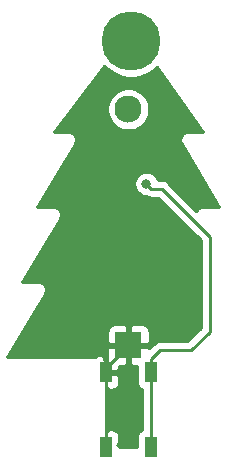
<source format=gbr>
G04 #@! TF.GenerationSoftware,KiCad,Pcbnew,(5.1.4)-1*
G04 #@! TF.CreationDate,2020-12-20T16:29:44-05:00*
G04 #@! TF.ProjectId,circuit,63697263-7569-4742-9e6b-696361645f70,1*
G04 #@! TF.SameCoordinates,Original*
G04 #@! TF.FileFunction,Copper,L2,Bot*
G04 #@! TF.FilePolarity,Positive*
%FSLAX46Y46*%
G04 Gerber Fmt 4.6, Leading zero omitted, Abs format (unit mm)*
G04 Created by KiCad (PCBNEW (5.1.4)-1) date 2020-12-20 16:29:44*
%MOMM*%
%LPD*%
G04 APERTURE LIST*
%ADD10R,2.300000X2.300000*%
%ADD11C,2.300000*%
%ADD12C,0.800000*%
%ADD13C,5.000000*%
%ADD14R,1.000000X1.700000*%
%ADD15C,0.250000*%
%ADD16C,0.254000*%
G04 APERTURE END LIST*
D10*
X100301900Y-158072300D03*
D11*
X100291900Y-138102300D03*
D12*
X101851405Y-130964995D03*
X100525580Y-130415820D03*
X99199755Y-130964995D03*
X98650580Y-132290820D03*
X99199755Y-133616645D03*
X100525580Y-134165820D03*
X101851405Y-133616645D03*
X102400580Y-132290820D03*
D13*
X100525580Y-132290820D03*
D14*
X102171580Y-166682820D03*
X102171580Y-160382820D03*
X98371580Y-166682820D03*
X98371580Y-160382820D03*
D12*
X101826060Y-144424400D03*
D15*
X98371580Y-160032820D02*
X98371580Y-160382820D01*
X100271580Y-158132820D02*
X98371580Y-160032820D01*
X98371580Y-160382820D02*
X98371580Y-166682820D01*
X102226059Y-144824399D02*
X103122679Y-144824399D01*
X101826060Y-144424400D02*
X102226059Y-144824399D01*
X103122679Y-144824399D02*
X107175300Y-148877020D01*
X107175300Y-148877020D02*
X107175300Y-156923740D01*
X107175300Y-156923740D02*
X105605580Y-158493460D01*
X102171580Y-159282820D02*
X102171580Y-160382820D01*
X102960940Y-158493460D02*
X102171580Y-159282820D01*
X105605580Y-158493460D02*
X102960940Y-158493460D01*
X102171580Y-161482820D02*
X102171580Y-166682820D01*
X102171580Y-160382820D02*
X102171580Y-161482820D01*
D16*
G36*
X98498580Y-166555820D02*
G01*
X98518580Y-166555820D01*
X98518580Y-166682820D01*
X98391580Y-166682820D01*
X98391580Y-166535820D01*
X98498580Y-166535820D01*
X98498580Y-166555820D01*
X98498580Y-166555820D01*
G37*
X98498580Y-166555820D02*
X98518580Y-166555820D01*
X98518580Y-166682820D01*
X98391580Y-166682820D01*
X98391580Y-166535820D01*
X98498580Y-166535820D01*
X98498580Y-166555820D01*
G36*
X98527134Y-134725934D02*
G01*
X99040601Y-135069021D01*
X99611134Y-135305344D01*
X100216809Y-135425820D01*
X100834351Y-135425820D01*
X101440026Y-135305344D01*
X102010559Y-135069021D01*
X102524026Y-134725934D01*
X102704103Y-134545857D01*
X106609075Y-140012820D01*
X105400102Y-140012820D01*
X105383817Y-140010412D01*
X105335258Y-140012820D01*
X105319161Y-140012820D01*
X105302838Y-140014428D01*
X105253970Y-140016851D01*
X105238297Y-140020784D01*
X105222197Y-140022370D01*
X105175338Y-140036585D01*
X105127872Y-140048497D01*
X105113260Y-140055416D01*
X105097787Y-140060110D01*
X105054607Y-140083190D01*
X105010371Y-140104137D01*
X104997393Y-140113771D01*
X104983130Y-140121395D01*
X104945280Y-140152458D01*
X104905982Y-140181631D01*
X104895131Y-140193614D01*
X104882632Y-140203872D01*
X104851571Y-140241720D01*
X104818718Y-140278001D01*
X104810414Y-140291869D01*
X104800155Y-140304370D01*
X104777077Y-140347547D01*
X104751931Y-140389543D01*
X104746491Y-140404769D01*
X104738870Y-140419027D01*
X104724656Y-140465882D01*
X104708189Y-140511973D01*
X104705825Y-140527959D01*
X104701130Y-140543437D01*
X104696330Y-140592177D01*
X104689172Y-140640583D01*
X104689972Y-140656723D01*
X104688387Y-140672820D01*
X104693188Y-140721563D01*
X104695611Y-140770430D01*
X104699544Y-140786103D01*
X104701130Y-140802203D01*
X104715345Y-140849062D01*
X104727257Y-140896528D01*
X104734176Y-140911140D01*
X104738870Y-140926613D01*
X104761951Y-140969795D01*
X104768956Y-140984588D01*
X104777220Y-140998361D01*
X104800155Y-141041270D01*
X104810606Y-141054004D01*
X107995895Y-146362820D01*
X106670102Y-146362820D01*
X106653817Y-146360412D01*
X106605258Y-146362820D01*
X106589161Y-146362820D01*
X106572838Y-146364428D01*
X106523970Y-146366851D01*
X106508297Y-146370784D01*
X106492197Y-146372370D01*
X106445338Y-146386585D01*
X106397872Y-146398497D01*
X106383260Y-146405416D01*
X106367787Y-146410110D01*
X106324607Y-146433190D01*
X106280371Y-146454137D01*
X106267393Y-146463771D01*
X106253130Y-146471395D01*
X106215280Y-146502458D01*
X106175982Y-146531631D01*
X106165131Y-146543614D01*
X106152632Y-146553872D01*
X106121571Y-146591720D01*
X106088718Y-146628001D01*
X106080414Y-146641869D01*
X106070155Y-146654370D01*
X106055280Y-146682199D01*
X103686483Y-144313402D01*
X103662680Y-144284398D01*
X103546955Y-144189425D01*
X103414926Y-144118853D01*
X103271665Y-144075396D01*
X103160012Y-144064399D01*
X103160001Y-144064399D01*
X103122679Y-144060723D01*
X103085357Y-144064399D01*
X102797219Y-144064399D01*
X102743265Y-143934144D01*
X102629997Y-143764626D01*
X102485834Y-143620463D01*
X102316316Y-143507195D01*
X102127958Y-143429174D01*
X101927999Y-143389400D01*
X101724121Y-143389400D01*
X101524162Y-143429174D01*
X101335804Y-143507195D01*
X101166286Y-143620463D01*
X101022123Y-143764626D01*
X100908855Y-143934144D01*
X100830834Y-144122502D01*
X100791060Y-144322461D01*
X100791060Y-144526339D01*
X100830834Y-144726298D01*
X100908855Y-144914656D01*
X101022123Y-145084174D01*
X101166286Y-145228337D01*
X101335804Y-145341605D01*
X101524162Y-145419626D01*
X101724121Y-145459400D01*
X101801834Y-145459400D01*
X101933812Y-145529945D01*
X102077073Y-145573402D01*
X102188726Y-145584399D01*
X102188736Y-145584399D01*
X102226058Y-145588075D01*
X102263381Y-145584399D01*
X102807878Y-145584399D01*
X106415300Y-149191822D01*
X106415301Y-156608937D01*
X105290779Y-157733460D01*
X102998273Y-157733460D01*
X102960940Y-157729783D01*
X102923607Y-157733460D01*
X102811954Y-157744457D01*
X102668693Y-157787914D01*
X102536664Y-157858486D01*
X102420939Y-157953459D01*
X102397141Y-157982458D01*
X102054224Y-158325374D01*
X101928150Y-158199300D01*
X100428900Y-158199300D01*
X100428900Y-159698550D01*
X100587650Y-159857300D01*
X101033508Y-159858885D01*
X101033508Y-161232820D01*
X101045768Y-161357302D01*
X101082078Y-161477000D01*
X101141043Y-161587314D01*
X101220395Y-161684005D01*
X101317086Y-161763357D01*
X101411580Y-161813866D01*
X101411581Y-165251774D01*
X101317086Y-165302283D01*
X101220395Y-165381635D01*
X101141043Y-165478326D01*
X101082078Y-165588640D01*
X101045768Y-165708338D01*
X101033508Y-165832820D01*
X101033508Y-166682820D01*
X99506580Y-166682820D01*
X99506580Y-166555818D01*
X99347832Y-166555818D01*
X99506580Y-166397070D01*
X99509652Y-165832820D01*
X99497392Y-165708338D01*
X99461082Y-165588640D01*
X99402117Y-165478326D01*
X99322765Y-165381635D01*
X99226074Y-165302283D01*
X99115760Y-165243318D01*
X98996062Y-165207008D01*
X98871580Y-165194748D01*
X98657330Y-165197820D01*
X98498582Y-165356568D01*
X98498582Y-165197820D01*
X98391580Y-165197820D01*
X98391580Y-161867820D01*
X98498582Y-161867820D01*
X98498582Y-161709072D01*
X98657330Y-161867820D01*
X98871580Y-161870892D01*
X98996062Y-161858632D01*
X99115760Y-161822322D01*
X99226074Y-161763357D01*
X99322765Y-161684005D01*
X99402117Y-161587314D01*
X99461082Y-161477000D01*
X99497392Y-161357302D01*
X99509652Y-161232820D01*
X99506580Y-160668570D01*
X99347830Y-160509820D01*
X98498580Y-160509820D01*
X98498580Y-160529820D01*
X98391580Y-160529820D01*
X98391580Y-159755239D01*
X98394773Y-159722820D01*
X98382030Y-159593437D01*
X98344290Y-159469027D01*
X98283005Y-159354370D01*
X98244580Y-159307549D01*
X98244580Y-159056570D01*
X98498580Y-159056570D01*
X98498580Y-160255820D01*
X99347830Y-160255820D01*
X99506580Y-160097070D01*
X99507876Y-159859107D01*
X100016150Y-159857300D01*
X100174900Y-159698550D01*
X100174900Y-158199300D01*
X98675650Y-158199300D01*
X98516900Y-158358050D01*
X98514474Y-159040676D01*
X98498580Y-159056570D01*
X98244580Y-159056570D01*
X98085830Y-158897820D01*
X97871580Y-158894748D01*
X97747098Y-158907008D01*
X97627400Y-158943318D01*
X97517086Y-159002283D01*
X97443321Y-159062820D01*
X90007265Y-159062820D01*
X91291577Y-156922300D01*
X98513828Y-156922300D01*
X98516900Y-157786550D01*
X98675650Y-157945300D01*
X100174900Y-157945300D01*
X100174900Y-156446050D01*
X100428900Y-156446050D01*
X100428900Y-157945300D01*
X101928150Y-157945300D01*
X102086900Y-157786550D01*
X102089972Y-156922300D01*
X102077712Y-156797818D01*
X102041402Y-156678120D01*
X101982437Y-156567806D01*
X101903085Y-156471115D01*
X101806394Y-156391763D01*
X101696080Y-156332798D01*
X101576382Y-156296488D01*
X101451900Y-156284228D01*
X100587650Y-156287300D01*
X100428900Y-156446050D01*
X100174900Y-156446050D01*
X100016150Y-156287300D01*
X99151900Y-156284228D01*
X99027418Y-156296488D01*
X98907720Y-156332798D01*
X98797406Y-156391763D01*
X98700715Y-156471115D01*
X98621363Y-156567806D01*
X98562398Y-156678120D01*
X98526088Y-156797818D01*
X98513828Y-156922300D01*
X91291577Y-156922300D01*
X93192557Y-153754001D01*
X93203005Y-153741270D01*
X93225935Y-153698371D01*
X93234204Y-153684589D01*
X93241213Y-153669787D01*
X93264290Y-153626613D01*
X93268983Y-153611143D01*
X93275903Y-153596529D01*
X93287817Y-153549057D01*
X93302030Y-153502203D01*
X93303616Y-153486104D01*
X93307549Y-153470431D01*
X93309973Y-153421555D01*
X93314773Y-153372820D01*
X93313188Y-153356729D01*
X93313989Y-153340583D01*
X93306829Y-153292165D01*
X93302030Y-153243437D01*
X93297335Y-153227960D01*
X93294971Y-153211973D01*
X93278504Y-153165882D01*
X93264290Y-153119027D01*
X93256669Y-153104769D01*
X93251229Y-153089543D01*
X93226083Y-153047547D01*
X93203005Y-153004370D01*
X93192746Y-152991869D01*
X93184442Y-152978001D01*
X93151589Y-152941720D01*
X93120528Y-152903872D01*
X93108029Y-152893614D01*
X93097178Y-152881631D01*
X93057876Y-152852455D01*
X93020030Y-152821395D01*
X93005770Y-152813773D01*
X92992790Y-152804137D01*
X92948548Y-152783187D01*
X92905373Y-152760110D01*
X92889901Y-152755416D01*
X92875288Y-152748497D01*
X92827820Y-152736584D01*
X92780963Y-152722370D01*
X92764864Y-152720784D01*
X92749191Y-152716851D01*
X92700315Y-152714427D01*
X92683999Y-152712820D01*
X92667914Y-152712820D01*
X92619342Y-152710411D01*
X92603051Y-152712820D01*
X91277265Y-152712820D01*
X94462557Y-147404001D01*
X94473005Y-147391270D01*
X94495935Y-147348371D01*
X94504204Y-147334589D01*
X94511213Y-147319787D01*
X94534290Y-147276613D01*
X94538983Y-147261143D01*
X94545903Y-147246529D01*
X94557817Y-147199057D01*
X94572030Y-147152203D01*
X94573616Y-147136104D01*
X94577549Y-147120431D01*
X94579973Y-147071555D01*
X94584773Y-147022820D01*
X94583188Y-147006729D01*
X94583989Y-146990583D01*
X94576829Y-146942165D01*
X94572030Y-146893437D01*
X94567335Y-146877960D01*
X94564971Y-146861973D01*
X94548504Y-146815882D01*
X94534290Y-146769027D01*
X94526669Y-146754769D01*
X94521229Y-146739543D01*
X94496083Y-146697547D01*
X94473005Y-146654370D01*
X94462746Y-146641869D01*
X94454442Y-146628001D01*
X94421589Y-146591720D01*
X94390528Y-146553872D01*
X94378029Y-146543614D01*
X94367178Y-146531631D01*
X94327876Y-146502455D01*
X94290030Y-146471395D01*
X94275770Y-146463773D01*
X94262790Y-146454137D01*
X94218548Y-146433187D01*
X94175373Y-146410110D01*
X94159901Y-146405416D01*
X94145288Y-146398497D01*
X94097820Y-146386584D01*
X94050963Y-146372370D01*
X94034864Y-146370784D01*
X94019191Y-146366851D01*
X93970315Y-146364427D01*
X93953999Y-146362820D01*
X93937914Y-146362820D01*
X93889342Y-146360411D01*
X93873051Y-146362820D01*
X92547265Y-146362820D01*
X95732557Y-141054001D01*
X95743005Y-141041270D01*
X95765935Y-140998371D01*
X95774204Y-140984589D01*
X95781213Y-140969787D01*
X95804290Y-140926613D01*
X95808983Y-140911143D01*
X95815903Y-140896529D01*
X95827817Y-140849057D01*
X95842030Y-140802203D01*
X95843616Y-140786104D01*
X95847549Y-140770431D01*
X95849973Y-140721555D01*
X95854773Y-140672820D01*
X95853188Y-140656729D01*
X95853989Y-140640583D01*
X95846829Y-140592165D01*
X95842030Y-140543437D01*
X95837335Y-140527960D01*
X95834971Y-140511973D01*
X95818504Y-140465882D01*
X95804290Y-140419027D01*
X95796669Y-140404769D01*
X95791229Y-140389543D01*
X95766083Y-140347547D01*
X95743005Y-140304370D01*
X95732746Y-140291869D01*
X95724442Y-140278001D01*
X95691589Y-140241720D01*
X95660528Y-140203872D01*
X95648029Y-140193614D01*
X95637178Y-140181631D01*
X95597876Y-140152455D01*
X95560030Y-140121395D01*
X95545770Y-140113773D01*
X95532790Y-140104137D01*
X95488548Y-140083187D01*
X95445373Y-140060110D01*
X95429901Y-140055416D01*
X95415288Y-140048497D01*
X95367820Y-140036584D01*
X95320963Y-140022370D01*
X95304864Y-140020784D01*
X95289191Y-140016851D01*
X95240315Y-140014427D01*
X95223999Y-140012820D01*
X95207914Y-140012820D01*
X95159342Y-140010411D01*
X95143051Y-140012820D01*
X93989562Y-140012820D01*
X95589740Y-137926493D01*
X98506900Y-137926493D01*
X98506900Y-138278107D01*
X98575496Y-138622965D01*
X98710053Y-138947815D01*
X98905400Y-139240171D01*
X99154029Y-139488800D01*
X99446385Y-139684147D01*
X99771235Y-139818704D01*
X100116093Y-139887300D01*
X100467707Y-139887300D01*
X100812565Y-139818704D01*
X101137415Y-139684147D01*
X101429771Y-139488800D01*
X101678400Y-139240171D01*
X101873747Y-138947815D01*
X102008304Y-138622965D01*
X102076900Y-138278107D01*
X102076900Y-137926493D01*
X102008304Y-137581635D01*
X101873747Y-137256785D01*
X101678400Y-136964429D01*
X101429771Y-136715800D01*
X101137415Y-136520453D01*
X100812565Y-136385896D01*
X100467707Y-136317300D01*
X100116093Y-136317300D01*
X99771235Y-136385896D01*
X99446385Y-136520453D01*
X99154029Y-136715800D01*
X98905400Y-136964429D01*
X98710053Y-137256785D01*
X98575496Y-137581635D01*
X98506900Y-137926493D01*
X95589740Y-137926493D01*
X98254003Y-134452803D01*
X98527134Y-134725934D01*
X98527134Y-134725934D01*
G37*
X98527134Y-134725934D02*
X99040601Y-135069021D01*
X99611134Y-135305344D01*
X100216809Y-135425820D01*
X100834351Y-135425820D01*
X101440026Y-135305344D01*
X102010559Y-135069021D01*
X102524026Y-134725934D01*
X102704103Y-134545857D01*
X106609075Y-140012820D01*
X105400102Y-140012820D01*
X105383817Y-140010412D01*
X105335258Y-140012820D01*
X105319161Y-140012820D01*
X105302838Y-140014428D01*
X105253970Y-140016851D01*
X105238297Y-140020784D01*
X105222197Y-140022370D01*
X105175338Y-140036585D01*
X105127872Y-140048497D01*
X105113260Y-140055416D01*
X105097787Y-140060110D01*
X105054607Y-140083190D01*
X105010371Y-140104137D01*
X104997393Y-140113771D01*
X104983130Y-140121395D01*
X104945280Y-140152458D01*
X104905982Y-140181631D01*
X104895131Y-140193614D01*
X104882632Y-140203872D01*
X104851571Y-140241720D01*
X104818718Y-140278001D01*
X104810414Y-140291869D01*
X104800155Y-140304370D01*
X104777077Y-140347547D01*
X104751931Y-140389543D01*
X104746491Y-140404769D01*
X104738870Y-140419027D01*
X104724656Y-140465882D01*
X104708189Y-140511973D01*
X104705825Y-140527959D01*
X104701130Y-140543437D01*
X104696330Y-140592177D01*
X104689172Y-140640583D01*
X104689972Y-140656723D01*
X104688387Y-140672820D01*
X104693188Y-140721563D01*
X104695611Y-140770430D01*
X104699544Y-140786103D01*
X104701130Y-140802203D01*
X104715345Y-140849062D01*
X104727257Y-140896528D01*
X104734176Y-140911140D01*
X104738870Y-140926613D01*
X104761951Y-140969795D01*
X104768956Y-140984588D01*
X104777220Y-140998361D01*
X104800155Y-141041270D01*
X104810606Y-141054004D01*
X107995895Y-146362820D01*
X106670102Y-146362820D01*
X106653817Y-146360412D01*
X106605258Y-146362820D01*
X106589161Y-146362820D01*
X106572838Y-146364428D01*
X106523970Y-146366851D01*
X106508297Y-146370784D01*
X106492197Y-146372370D01*
X106445338Y-146386585D01*
X106397872Y-146398497D01*
X106383260Y-146405416D01*
X106367787Y-146410110D01*
X106324607Y-146433190D01*
X106280371Y-146454137D01*
X106267393Y-146463771D01*
X106253130Y-146471395D01*
X106215280Y-146502458D01*
X106175982Y-146531631D01*
X106165131Y-146543614D01*
X106152632Y-146553872D01*
X106121571Y-146591720D01*
X106088718Y-146628001D01*
X106080414Y-146641869D01*
X106070155Y-146654370D01*
X106055280Y-146682199D01*
X103686483Y-144313402D01*
X103662680Y-144284398D01*
X103546955Y-144189425D01*
X103414926Y-144118853D01*
X103271665Y-144075396D01*
X103160012Y-144064399D01*
X103160001Y-144064399D01*
X103122679Y-144060723D01*
X103085357Y-144064399D01*
X102797219Y-144064399D01*
X102743265Y-143934144D01*
X102629997Y-143764626D01*
X102485834Y-143620463D01*
X102316316Y-143507195D01*
X102127958Y-143429174D01*
X101927999Y-143389400D01*
X101724121Y-143389400D01*
X101524162Y-143429174D01*
X101335804Y-143507195D01*
X101166286Y-143620463D01*
X101022123Y-143764626D01*
X100908855Y-143934144D01*
X100830834Y-144122502D01*
X100791060Y-144322461D01*
X100791060Y-144526339D01*
X100830834Y-144726298D01*
X100908855Y-144914656D01*
X101022123Y-145084174D01*
X101166286Y-145228337D01*
X101335804Y-145341605D01*
X101524162Y-145419626D01*
X101724121Y-145459400D01*
X101801834Y-145459400D01*
X101933812Y-145529945D01*
X102077073Y-145573402D01*
X102188726Y-145584399D01*
X102188736Y-145584399D01*
X102226058Y-145588075D01*
X102263381Y-145584399D01*
X102807878Y-145584399D01*
X106415300Y-149191822D01*
X106415301Y-156608937D01*
X105290779Y-157733460D01*
X102998273Y-157733460D01*
X102960940Y-157729783D01*
X102923607Y-157733460D01*
X102811954Y-157744457D01*
X102668693Y-157787914D01*
X102536664Y-157858486D01*
X102420939Y-157953459D01*
X102397141Y-157982458D01*
X102054224Y-158325374D01*
X101928150Y-158199300D01*
X100428900Y-158199300D01*
X100428900Y-159698550D01*
X100587650Y-159857300D01*
X101033508Y-159858885D01*
X101033508Y-161232820D01*
X101045768Y-161357302D01*
X101082078Y-161477000D01*
X101141043Y-161587314D01*
X101220395Y-161684005D01*
X101317086Y-161763357D01*
X101411580Y-161813866D01*
X101411581Y-165251774D01*
X101317086Y-165302283D01*
X101220395Y-165381635D01*
X101141043Y-165478326D01*
X101082078Y-165588640D01*
X101045768Y-165708338D01*
X101033508Y-165832820D01*
X101033508Y-166682820D01*
X99506580Y-166682820D01*
X99506580Y-166555818D01*
X99347832Y-166555818D01*
X99506580Y-166397070D01*
X99509652Y-165832820D01*
X99497392Y-165708338D01*
X99461082Y-165588640D01*
X99402117Y-165478326D01*
X99322765Y-165381635D01*
X99226074Y-165302283D01*
X99115760Y-165243318D01*
X98996062Y-165207008D01*
X98871580Y-165194748D01*
X98657330Y-165197820D01*
X98498582Y-165356568D01*
X98498582Y-165197820D01*
X98391580Y-165197820D01*
X98391580Y-161867820D01*
X98498582Y-161867820D01*
X98498582Y-161709072D01*
X98657330Y-161867820D01*
X98871580Y-161870892D01*
X98996062Y-161858632D01*
X99115760Y-161822322D01*
X99226074Y-161763357D01*
X99322765Y-161684005D01*
X99402117Y-161587314D01*
X99461082Y-161477000D01*
X99497392Y-161357302D01*
X99509652Y-161232820D01*
X99506580Y-160668570D01*
X99347830Y-160509820D01*
X98498580Y-160509820D01*
X98498580Y-160529820D01*
X98391580Y-160529820D01*
X98391580Y-159755239D01*
X98394773Y-159722820D01*
X98382030Y-159593437D01*
X98344290Y-159469027D01*
X98283005Y-159354370D01*
X98244580Y-159307549D01*
X98244580Y-159056570D01*
X98498580Y-159056570D01*
X98498580Y-160255820D01*
X99347830Y-160255820D01*
X99506580Y-160097070D01*
X99507876Y-159859107D01*
X100016150Y-159857300D01*
X100174900Y-159698550D01*
X100174900Y-158199300D01*
X98675650Y-158199300D01*
X98516900Y-158358050D01*
X98514474Y-159040676D01*
X98498580Y-159056570D01*
X98244580Y-159056570D01*
X98085830Y-158897820D01*
X97871580Y-158894748D01*
X97747098Y-158907008D01*
X97627400Y-158943318D01*
X97517086Y-159002283D01*
X97443321Y-159062820D01*
X90007265Y-159062820D01*
X91291577Y-156922300D01*
X98513828Y-156922300D01*
X98516900Y-157786550D01*
X98675650Y-157945300D01*
X100174900Y-157945300D01*
X100174900Y-156446050D01*
X100428900Y-156446050D01*
X100428900Y-157945300D01*
X101928150Y-157945300D01*
X102086900Y-157786550D01*
X102089972Y-156922300D01*
X102077712Y-156797818D01*
X102041402Y-156678120D01*
X101982437Y-156567806D01*
X101903085Y-156471115D01*
X101806394Y-156391763D01*
X101696080Y-156332798D01*
X101576382Y-156296488D01*
X101451900Y-156284228D01*
X100587650Y-156287300D01*
X100428900Y-156446050D01*
X100174900Y-156446050D01*
X100016150Y-156287300D01*
X99151900Y-156284228D01*
X99027418Y-156296488D01*
X98907720Y-156332798D01*
X98797406Y-156391763D01*
X98700715Y-156471115D01*
X98621363Y-156567806D01*
X98562398Y-156678120D01*
X98526088Y-156797818D01*
X98513828Y-156922300D01*
X91291577Y-156922300D01*
X93192557Y-153754001D01*
X93203005Y-153741270D01*
X93225935Y-153698371D01*
X93234204Y-153684589D01*
X93241213Y-153669787D01*
X93264290Y-153626613D01*
X93268983Y-153611143D01*
X93275903Y-153596529D01*
X93287817Y-153549057D01*
X93302030Y-153502203D01*
X93303616Y-153486104D01*
X93307549Y-153470431D01*
X93309973Y-153421555D01*
X93314773Y-153372820D01*
X93313188Y-153356729D01*
X93313989Y-153340583D01*
X93306829Y-153292165D01*
X93302030Y-153243437D01*
X93297335Y-153227960D01*
X93294971Y-153211973D01*
X93278504Y-153165882D01*
X93264290Y-153119027D01*
X93256669Y-153104769D01*
X93251229Y-153089543D01*
X93226083Y-153047547D01*
X93203005Y-153004370D01*
X93192746Y-152991869D01*
X93184442Y-152978001D01*
X93151589Y-152941720D01*
X93120528Y-152903872D01*
X93108029Y-152893614D01*
X93097178Y-152881631D01*
X93057876Y-152852455D01*
X93020030Y-152821395D01*
X93005770Y-152813773D01*
X92992790Y-152804137D01*
X92948548Y-152783187D01*
X92905373Y-152760110D01*
X92889901Y-152755416D01*
X92875288Y-152748497D01*
X92827820Y-152736584D01*
X92780963Y-152722370D01*
X92764864Y-152720784D01*
X92749191Y-152716851D01*
X92700315Y-152714427D01*
X92683999Y-152712820D01*
X92667914Y-152712820D01*
X92619342Y-152710411D01*
X92603051Y-152712820D01*
X91277265Y-152712820D01*
X94462557Y-147404001D01*
X94473005Y-147391270D01*
X94495935Y-147348371D01*
X94504204Y-147334589D01*
X94511213Y-147319787D01*
X94534290Y-147276613D01*
X94538983Y-147261143D01*
X94545903Y-147246529D01*
X94557817Y-147199057D01*
X94572030Y-147152203D01*
X94573616Y-147136104D01*
X94577549Y-147120431D01*
X94579973Y-147071555D01*
X94584773Y-147022820D01*
X94583188Y-147006729D01*
X94583989Y-146990583D01*
X94576829Y-146942165D01*
X94572030Y-146893437D01*
X94567335Y-146877960D01*
X94564971Y-146861973D01*
X94548504Y-146815882D01*
X94534290Y-146769027D01*
X94526669Y-146754769D01*
X94521229Y-146739543D01*
X94496083Y-146697547D01*
X94473005Y-146654370D01*
X94462746Y-146641869D01*
X94454442Y-146628001D01*
X94421589Y-146591720D01*
X94390528Y-146553872D01*
X94378029Y-146543614D01*
X94367178Y-146531631D01*
X94327876Y-146502455D01*
X94290030Y-146471395D01*
X94275770Y-146463773D01*
X94262790Y-146454137D01*
X94218548Y-146433187D01*
X94175373Y-146410110D01*
X94159901Y-146405416D01*
X94145288Y-146398497D01*
X94097820Y-146386584D01*
X94050963Y-146372370D01*
X94034864Y-146370784D01*
X94019191Y-146366851D01*
X93970315Y-146364427D01*
X93953999Y-146362820D01*
X93937914Y-146362820D01*
X93889342Y-146360411D01*
X93873051Y-146362820D01*
X92547265Y-146362820D01*
X95732557Y-141054001D01*
X95743005Y-141041270D01*
X95765935Y-140998371D01*
X95774204Y-140984589D01*
X95781213Y-140969787D01*
X95804290Y-140926613D01*
X95808983Y-140911143D01*
X95815903Y-140896529D01*
X95827817Y-140849057D01*
X95842030Y-140802203D01*
X95843616Y-140786104D01*
X95847549Y-140770431D01*
X95849973Y-140721555D01*
X95854773Y-140672820D01*
X95853188Y-140656729D01*
X95853989Y-140640583D01*
X95846829Y-140592165D01*
X95842030Y-140543437D01*
X95837335Y-140527960D01*
X95834971Y-140511973D01*
X95818504Y-140465882D01*
X95804290Y-140419027D01*
X95796669Y-140404769D01*
X95791229Y-140389543D01*
X95766083Y-140347547D01*
X95743005Y-140304370D01*
X95732746Y-140291869D01*
X95724442Y-140278001D01*
X95691589Y-140241720D01*
X95660528Y-140203872D01*
X95648029Y-140193614D01*
X95637178Y-140181631D01*
X95597876Y-140152455D01*
X95560030Y-140121395D01*
X95545770Y-140113773D01*
X95532790Y-140104137D01*
X95488548Y-140083187D01*
X95445373Y-140060110D01*
X95429901Y-140055416D01*
X95415288Y-140048497D01*
X95367820Y-140036584D01*
X95320963Y-140022370D01*
X95304864Y-140020784D01*
X95289191Y-140016851D01*
X95240315Y-140014427D01*
X95223999Y-140012820D01*
X95207914Y-140012820D01*
X95159342Y-140010411D01*
X95143051Y-140012820D01*
X93989562Y-140012820D01*
X95589740Y-137926493D01*
X98506900Y-137926493D01*
X98506900Y-138278107D01*
X98575496Y-138622965D01*
X98710053Y-138947815D01*
X98905400Y-139240171D01*
X99154029Y-139488800D01*
X99446385Y-139684147D01*
X99771235Y-139818704D01*
X100116093Y-139887300D01*
X100467707Y-139887300D01*
X100812565Y-139818704D01*
X101137415Y-139684147D01*
X101429771Y-139488800D01*
X101678400Y-139240171D01*
X101873747Y-138947815D01*
X102008304Y-138622965D01*
X102076900Y-138278107D01*
X102076900Y-137926493D01*
X102008304Y-137581635D01*
X101873747Y-137256785D01*
X101678400Y-136964429D01*
X101429771Y-136715800D01*
X101137415Y-136520453D01*
X100812565Y-136385896D01*
X100467707Y-136317300D01*
X100116093Y-136317300D01*
X99771235Y-136385896D01*
X99446385Y-136520453D01*
X99154029Y-136715800D01*
X98905400Y-136964429D01*
X98710053Y-137256785D01*
X98575496Y-137581635D01*
X98506900Y-137926493D01*
X95589740Y-137926493D01*
X98254003Y-134452803D01*
X98527134Y-134725934D01*
M02*

</source>
